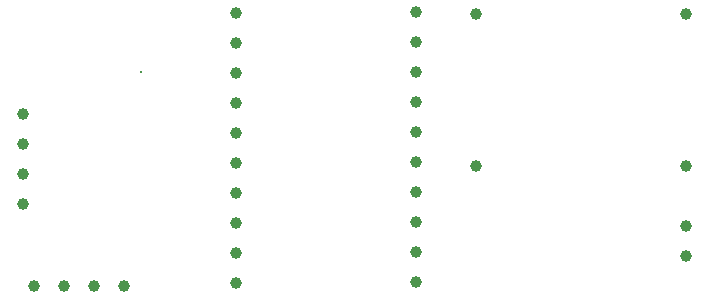
<source format=gbr>
%TF.GenerationSoftware,KiCad,Pcbnew,9.0.1*%
%TF.CreationDate,2025-05-21T02:46:26+02:00*%
%TF.ProjectId,KinderLight,4b696e64-6572-44c6-9967-68742e6b6963,rev?*%
%TF.SameCoordinates,Original*%
%TF.FileFunction,Plated,1,2,PTH,Drill*%
%TF.FilePolarity,Positive*%
%FSLAX46Y46*%
G04 Gerber Fmt 4.6, Leading zero omitted, Abs format (unit mm)*
G04 Created by KiCad (PCBNEW 9.0.1) date 2025-05-21 02:46:26*
%MOMM*%
%LPD*%
G01*
G04 APERTURE LIST*
%TA.AperFunction,ViaDrill*%
%ADD10C,0.300000*%
%TD*%
%TA.AperFunction,ComponentDrill*%
%ADD11C,1.000000*%
%TD*%
G04 APERTURE END LIST*
D10*
X88530095Y-78370095D03*
D11*
%TO.C,J8*%
X78500000Y-81960000D03*
X78500000Y-84500000D03*
X78500000Y-87040000D03*
X78500000Y-89580000D03*
%TO.C,J7*%
X79420000Y-96500000D03*
X81960000Y-96500000D03*
X84500000Y-96500000D03*
X87040000Y-96500000D03*
%TO.C,J3*%
X96520000Y-73380000D03*
X96520000Y-75920000D03*
X96520000Y-78460000D03*
X96520000Y-81000000D03*
X96520000Y-83540000D03*
X96520000Y-86080000D03*
X96520000Y-88620000D03*
X96520000Y-91160000D03*
X96520000Y-93700000D03*
X96520000Y-96240000D03*
%TO.C,J4*%
X111760000Y-73340000D03*
X111760000Y-75880000D03*
X111760000Y-78420000D03*
X111760000Y-80960000D03*
X111760000Y-83500000D03*
X111760000Y-86040000D03*
X111760000Y-88580000D03*
X111760000Y-91120000D03*
X111760000Y-93660000D03*
X111760000Y-96200000D03*
%TO.C,J1*%
X116840000Y-73500000D03*
%TO.C,J2*%
X116840000Y-86360000D03*
%TO.C,J5*%
X134620000Y-73500000D03*
%TO.C,J6*%
X134620000Y-86360000D03*
%TO.C,J9*%
X134620000Y-91440000D03*
X134620000Y-93980000D03*
M02*

</source>
